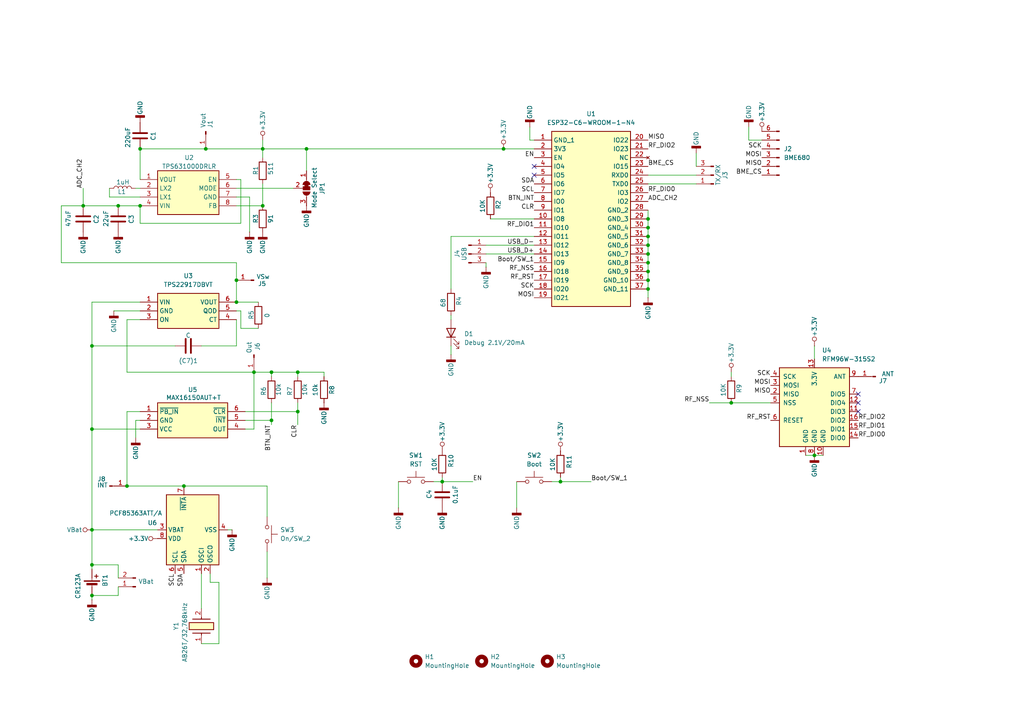
<source format=kicad_sch>
(kicad_sch (version 20231120) (generator "eeschema") (generator_version "8.0")
  (paper "A4")
  (title_block (title "Multiprotocol Sensor Node (MSN)") (date "2024-07-07") (rev "v1.0") (company "HTWK Leipzig"))
  (lib_symbols
    (symbol "Library:AB26T" (pin_names hide)
      (property "Reference" "Y" (at 8.89 6.35 0))
      (property "Value" "AB26T" (at 8.89 3.81 0))
      (symbol "AB26T_1_1"
        (polyline (pts (xy 3.048 0) (xy 2.54 0)) (stroke (width 0.254)))
        (polyline (pts (xy 3.048 2.54) (xy 3.048 -2.54)) (stroke (width 0.254)))
        (polyline (pts (xy 7.112 0) (xy 7.62 0)) (stroke (width 0.254)))
        (polyline (pts (xy 7.112 2.54) (xy 7.112 -2.54)) (stroke (width 0.254)))
        (rectangle (start 4.064 3.556) (end 6.096 -3.556) (stroke (width 0.254)) (fill (type background)))
        (pin passive line (at 0 0 0) (length 2.54) (name "1") (number "1"))
        (pin passive line (at 10.16 0 180) (length 2.54) (name "2") (number "2"))
      )
    )
    (symbol "Library:Battery_Cell" (pin_numbers hide) (pin_names (offset 0) hide)
      (property "Reference" "BT" (at 2.54 2.54 0))
      (property "Value" "Battery_Cell" (at 2.54 0 0))
      (symbol "Battery_Cell_0_1"
        (rectangle (start -2.286 1.778) (end 2.286 1.524) (fill (type outline)))
        (rectangle (start -1.524 1.016) (end 1.524 0.508) (fill (type outline)))
        (polyline (pts (xy 0 0.762) (xy 0 0)))
        (polyline (pts (xy 0 1.778) (xy 0 2.54)))
        (polyline (pts (xy 0.762 3.048) (xy 1.778 3.048)) (stroke (width 0.254)))
        (polyline (pts (xy 1.27 3.556) (xy 1.27 2.54)) (stroke (width 0.254)))
      )
      (symbol "Battery_Cell_1_1"
        (pin passive line (at 0 5.08 270) (length 2.54) (name "+") (number "1"))
        (pin passive line (at 0 -2.54 90) (length 2.54) (name "-") (number "2"))
      )
    )
    (symbol "Library:C" (pin_numbers hide) (pin_names (offset 0.254))
      (property "Reference" "C" (at 0.635 2.54 0))
      (property "Value" "C" (at 0.635 -2.54 0))
      (symbol "C_0_1"
        (polyline (pts (xy -2.032 -0.762) (xy 2.032 -0.762)) (stroke (width 0.508)))
        (polyline (pts (xy -2.032 0.762) (xy 2.032 0.762)) (stroke (width 0.508)))
      )
      (symbol "C_1_1"
        (pin passive line (at 0 3.81 270) (length 2.794) (name "~") (number "1"))
        (pin passive line (at 0 -3.81 90) (length 2.794) (name "~") (number "2"))
      )
    )
    (symbol "Library:Conn_01x01_Pin" (pin_names (offset 1.016) hide)
      (property "Reference" "J" (at 0 2.54 0))
      (property "Value" "Conn_01x01_Pin" (at 0 -2.54 0))
      (symbol "Conn_01x01_Pin_1_1"
        (polyline (pts (xy 1.27 0) (xy 0.8636 0)) (stroke (width 0.1524)))
        (rectangle (start 0.8636 0.127) (end 0 -0.127) (stroke (width 0.1524)) (fill (type outline)))
        (pin passive line (at 5.08 0 180) (length 3.81) (name "Pin_1") (number "1"))
      )
    )
    (symbol "Library:Conn_01x02_Pin" (pin_names (offset 1.016) hide)
      (property "Reference" "J" (at 0 2.54 0))
      (property "Value" "Conn_01x02_Pin" (at 0 -5.08 0))
      (symbol "Conn_01x02_Pin_1_1"
        (polyline (pts (xy 1.27 -2.54) (xy 0.8636 -2.54)) (stroke (width 0.1524)))
        (polyline (pts (xy 1.27 0) (xy 0.8636 0)) (stroke (width 0.1524)))
        (rectangle (start 0.8636 -2.413) (end 0 -2.667) (stroke (width 0.1524)) (fill (type outline)))
        (rectangle (start 0.8636 0.127) (end 0 -0.127) (stroke (width 0.1524)) (fill (type outline)))
        (pin passive line (at 5.08 0 180) (length 3.81) (name "Pin_1") (number "1"))
        (pin passive line (at 5.08 -2.54 180) (length 3.81) (name "Pin_2") (number "2"))
      )
    )
    (symbol "Library:Conn_01x03_Pin" (pin_names (offset 1.016) hide)
      (property "Reference" "J" (at 0 5.08 0))
      (property "Value" "Conn_01x03_Pin" (at 0 -5.08 0))
      (symbol "Conn_01x03_Pin_1_1"
        (polyline (pts (xy 1.27 -2.54) (xy 0.8636 -2.54)) (stroke (width 0.1524)))
        (polyline (pts (xy 1.27 0) (xy 0.8636 0)) (stroke (width 0.1524)))
        (polyline (pts (xy 1.27 2.54) (xy 0.8636 2.54)) (stroke (width 0.1524)))
        (rectangle (start 0.8636 -2.413) (end 0 -2.667) (stroke (width 0.1524)) (fill (type outline)))
        (rectangle (start 0.8636 0.127) (end 0 -0.127) (stroke (width 0.1524)) (fill (type outline)))
        (rectangle (start 0.8636 2.667) (end 0 2.413) (stroke (width 0.1524)) (fill (type outline)))
        (pin passive line (at 5.08 2.54 180) (length 3.81) (name "Pin_1") (number "1"))
        (pin passive line (at 5.08 0 180) (length 3.81) (name "Pin_2") (number "2"))
        (pin passive line (at 5.08 -2.54 180) (length 3.81) (name "Pin_3") (number "3"))
      )
    )
    (symbol "Library:Conn_01x06_Pin" (pin_names (offset 1.016) hide)
      (property "Reference" "J" (at 0 7.62 0))
      (property "Value" "Conn_01x06_Pin" (at 0 -10.16 0))
      (symbol "Conn_01x06_Pin_1_1"
        (polyline (pts (xy 1.27 -7.62) (xy 0.8636 -7.62)) (stroke (width 0.1524)))
        (polyline (pts (xy 1.27 -5.08) (xy 0.8636 -5.08)) (stroke (width 0.1524)))
        (polyline (pts (xy 1.27 -2.54) (xy 0.8636 -2.54)) (stroke (width 0.1524)))
        (polyline (pts (xy 1.27 0) (xy 0.8636 0)) (stroke (width 0.1524)))
        (polyline (pts (xy 1.27 2.54) (xy 0.8636 2.54)) (stroke (width 0.1524)))
        (polyline (pts (xy 1.27 5.08) (xy 0.8636 5.08)) (stroke (width 0.1524)))
        (rectangle (start 0.8636 -7.493) (end 0 -7.747) (stroke (width 0.1524)) (fill (type outline)))
        (rectangle (start 0.8636 -4.953) (end 0 -5.207) (stroke (width 0.1524)) (fill (type outline)))
        (rectangle (start 0.8636 -2.413) (end 0 -2.667) (stroke (width 0.1524)) (fill (type outline)))
        (rectangle (start 0.8636 0.127) (end 0 -0.127) (stroke (width 0.1524)) (fill (type outline)))
        (rectangle (start 0.8636 2.667) (end 0 2.413) (stroke (width 0.1524)) (fill (type outline)))
        (rectangle (start 0.8636 5.207) (end 0 4.953) (stroke (width 0.1524)) (fill (type outline)))
        (pin passive line (at 5.08 5.08 180) (length 3.81) (name "Pin_1") (number "1"))
        (pin passive line (at 5.08 2.54 180) (length 3.81) (name "Pin_2") (number "2"))
        (pin passive line (at 5.08 0 180) (length 3.81) (name "Pin_3") (number "3"))
        (pin passive line (at 5.08 -2.54 180) (length 3.81) (name "Pin_4") (number "4"))
        (pin passive line (at 5.08 -5.08 180) (length 3.81) (name "Pin_5") (number "5"))
        (pin passive line (at 5.08 -7.62 180) (length 3.81) (name "Pin_6") (number "6"))
      )
    )
    (symbol "Library:ESP32-C6-WROOM-1-N4"
      (property "Reference" "IC" (at 29.21 7.62 0))
      (property "Value" "ESP32-C6-WROOM-1-N4" (at 29.21 5.08 0))
      (symbol "ESP32-C6-WROOM-1-N4_1_1"
        (rectangle (start 5.08 2.54) (end 27.94 -48.26) (stroke (width 0.254)) (fill (type background)))
        (pin passive line (at 0 0 0) (length 5.08) (name "GND_1") (number "1"))
        (pin passive line (at 0 -22.86 0) (length 5.08) (name "IO8") (number "10"))
        (pin passive line (at 0 -25.4 0) (length 5.08) (name "IO10") (number "11"))
        (pin passive line (at 0 -27.94 0) (length 5.08) (name "IO11") (number "12"))
        (pin passive line (at 0 -30.48 0) (length 5.08) (name "IO12") (number "13"))
        (pin passive line (at 0 -33.02 0) (length 5.08) (name "IO13") (number "14"))
        (pin passive line (at 0 -35.56 0) (length 5.08) (name "IO9") (number "15"))
        (pin passive line (at 0 -38.1 0) (length 5.08) (name "IO18") (number "16"))
        (pin passive line (at 0 -40.64 0) (length 5.08) (name "IO19") (number "17"))
        (pin passive line (at 0 -43.18 0) (length 5.08) (name "IO20") (number "18"))
        (pin passive line (at 0 -45.72 0) (length 5.08) (name "IO21") (number "19"))
        (pin passive line (at 0 -2.54 0) (length 5.08) (name "3V3") (number "2"))
        (pin passive line (at 33.02 0 180) (length 5.08) (name "IO22") (number "20"))
        (pin passive line (at 33.02 -2.54 180) (length 5.08) (name "IO23") (number "21"))
        (pin no_connect line (at 33.02 -5.08 180) (length 5.08) (name "NC") (number "22"))
        (pin passive line (at 33.02 -7.62 180) (length 5.08) (name "IO15") (number "23"))
        (pin passive line (at 33.02 -10.16 180) (length 5.08) (name "RXD0") (number "24"))
        (pin passive line (at 33.02 -12.7 180) (length 5.08) (name "TXD0") (number "25"))
        (pin passive line (at 33.02 -15.24 180) (length 5.08) (name "IO3") (number "26"))
        (pin passive line (at 33.02 -17.78 180) (length 5.08) (name "IO2") (number "27"))
        (pin passive line (at 33.02 -20.32 180) (length 5.08) (name "GND_2") (number "28"))
        (pin passive line (at 33.02 -22.86 180) (length 5.08) (name "GND_3") (number "29"))
        (pin passive line (at 0 -5.08 0) (length 5.08) (name "EN") (number "3"))
        (pin passive line (at 33.02 -25.4 180) (length 5.08) (name "GND_4") (number "30"))
        (pin passive line (at 33.02 -27.94 180) (length 5.08) (name "GND_5") (number "31"))
        (pin passive line (at 33.02 -30.48 180) (length 5.08) (name "GND_6") (number "32"))
        (pin passive line (at 33.02 -33.02 180) (length 5.08) (name "GND_7") (number "33"))
        (pin passive line (at 33.02 -35.56 180) (length 5.08) (name "GND_8") (number "34"))
        (pin passive line (at 33.02 -38.1 180) (length 5.08) (name "GND_9") (number "35"))
        (pin passive line (at 33.02 -40.64 180) (length 5.08) (name "GND_10") (number "36"))
        (pin passive line (at 33.02 -43.18 180) (length 5.08) (name "GND_11") (number "37"))
        (pin passive line (at 0 -7.62 0) (length 5.08) (name "IO4") (number "4"))
        (pin passive line (at 0 -10.16 0) (length 5.08) (name "IO5") (number "5"))
        (pin passive line (at 0 -12.7 0) (length 5.08) (name "IO6") (number "6"))
        (pin passive line (at 0 -15.24 0) (length 5.08) (name "IO7") (number "7"))
        (pin passive line (at 0 -17.78 0) (length 5.08) (name "IO0") (number "8"))
        (pin passive line (at 0 -20.32 0) (length 5.08) (name "IO1") (number "9"))
      )
    )
    (symbol "Library:L" (pin_numbers hide) (pin_names (offset 1.016) hide)
      (property "Reference" "L" (at -1.27 0 90))
      (property "Value" "L" (at 1.905 0 90))
      (symbol "L_0_1"
        (arc (start 0 -2.54) (mid 0.6323 -1.905) (end 0 -1.27))
        (arc (start 0 -1.27) (mid 0.6323 -0.635) (end 0 0))
        (arc (start 0 0) (mid 0.6323 0.635) (end 0 1.27))
        (arc (start 0 1.27) (mid 0.6323 1.905) (end 0 2.54))
      )
      (symbol "L_1_1"
        (pin passive line (at 0 3.81 270) (length 1.27) (name "1") (number "1"))
        (pin passive line (at 0 -3.81 90) (length 1.27) (name "2") (number "2"))
      )
    )
    (symbol "Library:LED" (pin_numbers hide) (pin_names (offset 1.016) hide)
      (property "Reference" "D" (at 0 2.54 0))
      (property "Value" "LED" (at 0 -2.54 0))
      (symbol "LED_0_1"
        (polyline (pts (xy -1.27 -1.27) (xy -1.27 1.27)) (stroke (width 0.254)))
        (polyline (pts (xy -1.27 0) (xy 1.27 0)))
        (polyline (pts (xy 1.27 -1.27) (xy 1.27 1.27) (xy -1.27 0) (xy 1.27 -1.27)) (stroke (width 0.254)))
        (polyline (pts (xy -3.048 -0.762) (xy -4.572 -2.286) (xy -3.81 -2.286) (xy -4.572 -2.286) (xy -4.572 -1.524)))
        (polyline (pts (xy -1.778 -0.762) (xy -3.302 -2.286) (xy -2.54 -2.286) (xy -3.302 -2.286) (xy -3.302 -1.524)))
      )
      (symbol "LED_1_1"
        (pin passive line (at -3.81 0 0) (length 2.54) (name "K") (number "1"))
        (pin passive line (at 3.81 0 180) (length 2.54) (name "A") (number "2"))
      )
    )
    (symbol "Library:MAX16150AUT+T"
      (property "Reference" "IC" (at 26.67 7.62 0))
      (property "Value" "MAX16150AUT+T" (at 26.67 5.08 0))
      (symbol "MAX16150AUT+T_1_1"
        (rectangle (start 5.08 2.54) (end 25.4 -7.62) (stroke (width 0.254)) (fill (type background)))
        (pin passive line (at 0 0 0) (length 5.08) (name "~{PB_IN}") (number "1"))
        (pin passive line (at 0 -2.54 0) (length 5.08) (name "GND") (number "2"))
        (pin passive line (at 0 -5.08 0) (length 5.08) (name "VCC") (number "3"))
        (pin passive line (at 30.48 -5.08 180) (length 5.08) (name "OUT") (number "4"))
        (pin passive line (at 30.48 -2.54 180) (length 5.08) (name "~{INT}") (number "5"))
        (pin passive line (at 30.48 0 180) (length 5.08) (name "~{CLR}") (number "6"))
      )
    )
    (symbol "Library:MountingHole" (pin_names (offset 1.016)) (exclude_from_sim yes) (in_bom no)
      (property "Reference" "H" (at 0 5.08 0))
      (property "Value" "MountingHole" (at 0 3.175 0))
      (symbol "MountingHole_0_1"
        (circle (center 0 0) (radius 1.27) (stroke (width 1.27)))
      )
    )
    (symbol "Library:PCF85363ATT"
      (property "Reference" "U" (at -8.89 8.89 0))
      (property "Value" "PCF85363ATT" (at 1.27 8.89 0))
      (symbol "PCF85363ATT_0_1"
        (rectangle (start -10.16 7.62) (end 10.16 -7.62) (stroke (width 0.254)) (fill (type background)))
      )
      (symbol "PCF85363ATT_1_1"
        (pin input line (at -12.7 -2.54 0) (length 2.54) (name "OSCI") (number "1"))
        (pin output line (at -12.7 -5.08 0) (length 2.54) (name "OSCO") (number "2"))
        (pin power_in line (at 0 10.16 270) (length 2.54) (name "VBAT") (number "3"))
        (pin power_in line (at 0 -10.16 90) (length 2.54) (name "VSS") (number "4"))
        (pin bidirectional line (at -12.7 2.54 0) (length 2.54) (name "SDA") (number "5"))
        (pin input line (at -12.7 5.08 0) (length 2.54) (name "SCL") (number "6"))
        (pin open_collector line (at 12.7 2.54 180) (length 2.54) (name "~{INTA}") (number "7"))
        (pin power_in line (at -2.54 10.16 270) (length 2.54) (name "VDD") (number "8"))
      )
    )
    (symbol "Library:R" (pin_numbers hide) (pin_names (offset 0))
      (property "Reference" "R" (at 2.032 0 90))
      (property "Value" "R" (at 0 0 90))
      (symbol "R_0_1"
        (rectangle (start -1.016 -2.54) (end 1.016 2.54) (stroke (width 0.254)))
      )
      (symbol "R_1_1"
        (pin passive line (at 0 3.81 270) (length 1.27) (name "~") (number "1"))
        (pin passive line (at 0 -3.81 90) (length 1.27) (name "~") (number "2"))
      )
    )
    (symbol "Library:RFM96W-315S2" (pin_names (offset 1.016))
      (property "Reference" "U" (at -10.414 11.684 0))
      (property "Value" "RFM96W-315S2" (at 1.524 11.43 0))
      (symbol "RFM96W-315S2_0_1"
        (rectangle (start -10.16 10.16) (end 10.16 -12.7) (stroke (width 0.254)) (fill (type background)))
      )
      (symbol "RFM96W-315S2_1_1"
        (pin power_in line (at -2.54 -15.24 90) (length 2.54) (name "GND") (number "1"))
        (pin power_in line (at 2.54 -15.24 90) (length 2.54) (name "GND") (number "10"))
        (pin bidirectional line (at 12.7 -2.54 180) (length 2.54) (name "DIO3") (number "11"))
        (pin bidirectional line (at 12.7 0 180) (length 2.54) (name "DIO4") (number "12"))
        (pin power_in line (at 0 12.7 270) (length 2.54) (name "3.3V") (number "13"))
        (pin bidirectional line (at 12.7 -10.16 180) (length 2.54) (name "DIO0") (number "14"))
        (pin bidirectional line (at 12.7 -7.62 180) (length 2.54) (name "DIO1") (number "15"))
        (pin bidirectional line (at 12.7 -5.08 180) (length 2.54) (name "DIO2") (number "16"))
        (pin output line (at -12.7 2.54 0) (length 2.54) (name "MISO") (number "2"))
        (pin input line (at -12.7 5.08 0) (length 2.54) (name "MOSI") (number "3"))
        (pin input line (at -12.7 7.62 0) (length 2.54) (name "SCK") (number "4"))
        (pin input line (at -12.7 0 0) (length 2.54) (name "NSS") (number "5"))
        (pin bidirectional line (at -12.7 -5.08 0) (length 2.54) (name "RESET") (number "6"))
        (pin bidirectional line (at 12.7 2.54 180) (length 2.54) (name "DIO5") (number "7"))
        (pin power_in line (at 0 -15.24 90) (length 2.54) (name "GND") (number "8"))
        (pin bidirectional line (at 12.7 7.62 180) (length 2.54) (name "ANT") (number "9"))
      )
    )
    (symbol "Library:SW_Push_light" (pin_numbers hide) (pin_names (offset 1.016) hide)
      (property "Reference" "SW" (at 1.27 2.54 0))
      (property "Value" "SW_Push_light" (at 0 -2.794 0))
      (symbol "SW_Push_light_0_1"
        (circle (center -2.032 0) (radius 0.508))
        (polyline (pts (xy 0 1.27) (xy 0 3.048)))
        (polyline (pts (xy 2.54 1.27) (xy -2.54 1.27)))
        (circle (center 2.032 0) (radius 0.508))
        (pin passive line (at -5.08 0 0) (length 2.54) (name "1") (number "1"))
      )
      (symbol "SW_Push_light_1_1"
        (pin passive line (at 5.08 0 180) (length 2.54) (name "1") (number "2"))
      )
    )
    (symbol "Library:SolderJumper_3_Bridged12" (pin_names (offset 0) hide) (exclude_from_sim yes) (in_bom no)
      (property "Reference" "JP" (at -2.54 -2.54 0))
      (property "Value" "SolderJumper_3_Bridged12" (at 0 2.794 0))
      (symbol "SolderJumper_3_Bridged12_0_1"
        (rectangle (start -1.016 0.508) (end -0.508 -0.508) (fill (type outline)))
        (arc (start -1.016 1.016) (mid -2.0276 0) (end -1.016 -1.016))
        (arc (start -1.016 1.016) (mid -2.0276 0) (end -1.016 -1.016) (fill (type outline)))
        (rectangle (start -0.508 1.016) (end 0.508 -1.016) (fill (type outline)))
        (polyline (pts (xy -2.54 0) (xy -2.032 0)))
        (polyline (pts (xy -1.016 1.016) (xy -1.016 -1.016)))
        (polyline (pts (xy 0 -1.27) (xy 0 -1.016)))
        (polyline (pts (xy 1.016 1.016) (xy 1.016 -1.016)))
        (polyline (pts (xy 2.54 0) (xy 2.032 0)))
        (arc (start 1.016 -1.016) (mid 2.0276 0) (end 1.016 1.016))
        (arc (start 1.016 -1.016) (mid 2.0276 0) (end 1.016 1.016) (fill (type outline)))
      )
      (symbol "SolderJumper_3_Bridged12_1_1"
        (pin passive line (at -5.08 0 0) (length 2.54) (name "A") (number "1"))
        (pin passive line (at 0 -3.81 90) (length 2.54) (name "C") (number "2"))
        (pin passive line (at 5.08 0 180) (length 2.54) (name "B") (number "3"))
      )
    )
    (symbol "Library:TPS22917DBVT"
      (property "Reference" "IC" (at 24.13 7.62 0))
      (property "Value" "TPS22917DBVT" (at 24.13 5.08 0))
      (symbol "TPS22917DBVT_1_1"
        (rectangle (start 5.08 2.54) (end 22.86 -7.62) (stroke (width 0.254)) (fill (type background)))
        (pin passive line (at 0 0 0) (length 5.08) (name "VIN") (number "1"))
        (pin passive line (at 0 -2.54 0) (length 5.08) (name "GND") (number "2"))
        (pin passive line (at 0 -5.08 0) (length 5.08) (name "ON") (number "3"))
        (pin passive line (at 27.94 -5.08 180) (length 5.08) (name "CT") (number "4"))
        (pin passive line (at 27.94 -2.54 180) (length 5.08) (name "QOD") (number "5"))
        (pin passive line (at 27.94 0 180) (length 5.08) (name "VOUT") (number "6"))
      )
    )
    (symbol "Library:TPS631000DRLR"
      (property "Reference" "U" (at 13.462 7.366 0))
      (property "Value" "TPS631000DRLR" (at 7.112 5.334 0))
      (symbol "TPS631000DRLR_1_1"
        (rectangle (start 5.08 2.54) (end 22.86 -10.16) (stroke (width 0.254)) (fill (type background)))
        (pin passive line (at 0 0 0) (length 5.08) (name "VOUT") (number "1"))
        (pin passive line (at 0 -2.54 0) (length 5.08) (name "LX2") (number "2"))
        (pin passive line (at 0 -5.08 0) (length 5.08) (name "LX1") (number "3"))
        (pin passive line (at 0 -7.62 0) (length 5.08) (name "VIN") (number "4"))
        (pin passive line (at 27.94 0 180) (length 5.08) (name "EN") (number "5"))
        (pin passive line (at 27.94 -2.54 180) (length 5.08) (name "MODE") (number "6"))
        (pin passive line (at 27.94 -5.08 180) (length 5.08) (name "GND") (number "7"))
        (pin passive line (at 27.94 -7.62 180) (length 5.08) (name "FB") (number "8"))
      )
    )
    (symbol "power:+V" (power) (pin_numbers hide) (pin_names (offset 0) hide)
      (property "Value" "V" (at 0 4.318 0))
      (symbol "+V_0_1"
        (polyline (pts (xy 0 0) (xy 0 1.27)))
        (circle (center 0 2) (radius 0.6))
      )
      (symbol "+V_1_1"
        (pin power_in line (at 0 0 90) (length 0) (name "~") (number "1"))
      )
    )
    (symbol "power:GNDD" (power) (pin_numbers hide) (pin_names (offset 0) hide)
      (property "Value" "GNDD" (at 0 -3.175 0))
      (symbol "GNDD_0_1"
        (rectangle (start -1.27 -1.524) (end 1.27 -2.032) (stroke (width 0.254)) (fill (type outline)))
        (polyline (pts (xy 0 0) (xy 0 -1.524)))
      )
      (symbol "GNDD_1_1"
        (pin power_in line (at 0 0 270) (length 0) (name "~") (number "1"))
      )
    )
  )
  (junction (at 76.2 59.69))
  (junction (at 162.56 139.7))
  (junction (at 53.34 140.97))
  (junction (at 187.96 63.5))
  (junction (at 40.64 43.18))
  (junction (at 187.96 83.82))
  (junction (at 187.96 81.28))
  (junction (at 73.66 107.95))
  (junction (at 34.29 59.69))
  (junction (at 236.22 132.08))
  (junction (at 88.9 43.18))
  (junction (at 26.67 124.46))
  (junction (at 59.69 43.18))
  (junction (at 24.13 59.69))
  (junction (at 78.74 107.95))
  (junction (at 26.67 163.83))
  (junction (at 26.67 100.33))
  (junction (at 68.58 87.63))
  (junction (at 86.36 119.38))
  (junction (at 187.96 73.66))
  (junction (at 187.96 76.2))
  (junction (at 187.96 68.58))
  (junction (at 36.83 140.97))
  (junction (at 212.09 116.84))
  (junction (at 146.05 43.18))
  (junction (at 187.96 66.04))
  (junction (at 187.96 78.74))
  (junction (at 187.96 71.12))
  (junction (at 40.64 59.69))
  (junction (at 76.2 43.18))
  (junction (at 128.27 139.7))
  (junction (at 78.74 121.92))
  (junction (at 68.58 81.28))
  (junction (at 26.67 172.72))
  (junction (at 86.36 107.95))
  (junction (at 26.67 153.67))
  (no_connect (at 248.92 116.84))
  (no_connect (at 154.94 50.8))
  (no_connect (at 248.92 114.3))
  (no_connect (at 248.92 119.38))
  (no_connect (at 154.94 48.26))
  (wire (pts (xy 77.47 149.86) (xy 77.47 140.97)))
  (wire (pts (xy 68.58 100.33) (xy 68.58 92.71)))
  (wire (pts (xy 78.74 107.95) (xy 86.36 107.95)))
  (wire (pts (xy 130.81 100.33) (xy 130.81 102.87)))
  (wire (pts (xy 39.37 121.92) (xy 40.64 121.92)))
  (wire (pts (xy 187.96 68.58) (xy 187.96 71.12)))
  (wire (pts (xy 17.78 59.69) (xy 17.78 76.2)))
  (wire (pts (xy 162.56 139.7) (xy 160.02 139.7)))
  (wire (pts (xy 36.83 119.38) (xy 40.64 119.38)))
  (wire (pts (xy 140.97 73.66) (xy 154.94 73.66)))
  (wire (pts (xy 68.58 87.63) (xy 74.93 87.63)))
  (wire (pts (xy 78.74 123.19) (xy 78.74 121.92)))
  (wire (pts (xy 130.81 91.44) (xy 130.81 92.71)))
  (wire (pts (xy 171.45 139.7) (xy 162.56 139.7)))
  (wire (pts (xy 34.29 163.83) (xy 26.67 163.83)))
  (wire (pts (xy 40.64 64.77) (xy 40.64 59.69)))
  (wire (pts (xy 187.96 71.12) (xy 187.96 73.66)))
  (wire (pts (xy 63.5 168.91) (xy 63.5 186.69)))
  (wire (pts (xy 69.85 64.77) (xy 69.85 52.07)))
  (wire (pts (xy 86.36 109.22) (xy 86.36 107.95)))
  (wire (pts (xy 77.47 160.02) (xy 77.47 167.64)))
  (wire (pts (xy 201.93 44.45) (xy 201.93 48.26)))
  (wire (pts (xy 78.74 121.92) (xy 78.74 116.84)))
  (wire (pts (xy 68.58 76.2) (xy 68.58 81.28)))
  (wire (pts (xy 26.67 87.63) (xy 40.64 87.63)))
  (wire (pts (xy 53.34 140.97) (xy 77.47 140.97)))
  (wire (pts (xy 88.9 43.18) (xy 146.05 43.18)))
  (wire (pts (xy 68.58 57.15) (xy 72.39 57.15)))
  (wire (pts (xy 69.85 90.17) (xy 68.58 90.17)))
  (wire (pts (xy 69.85 52.07) (xy 68.58 52.07)))
  (wire (pts (xy 36.83 119.38) (xy 36.83 140.97)))
  (wire (pts (xy 24.13 54.61) (xy 24.13 59.69)))
  (wire (pts (xy 26.67 124.46) (xy 40.64 124.46)))
  (wire (pts (xy 76.2 43.18) (xy 88.9 43.18)))
  (wire (pts (xy 187.96 50.8) (xy 201.93 50.8)))
  (wire (pts (xy 59.69 43.18) (xy 76.2 43.18)))
  (wire (pts (xy 26.67 153.67) (xy 26.67 163.83)))
  (wire (pts (xy 153.67 40.64) (xy 153.67 36.83)))
  (wire (pts (xy 187.96 60.96) (xy 187.96 63.5)))
  (wire (pts (xy 140.97 76.2) (xy 140.97 77.47)))
  (wire (pts (xy 93.98 107.95) (xy 86.36 107.95)))
  (wire (pts (xy 69.85 95.25) (xy 74.93 95.25)))
  (wire (pts (xy 26.67 173.99) (xy 26.67 172.72)))
  (wire (pts (xy 36.83 140.97) (xy 53.34 140.97)))
  (wire (pts (xy 187.96 66.04) (xy 187.96 68.58)))
  (wire (pts (xy 40.64 43.18) (xy 59.69 43.18)))
  (wire (pts (xy 31.75 57.15) (xy 31.75 54.61)))
  (wire (pts (xy 68.58 59.69) (xy 76.2 59.69)))
  (wire (pts (xy 162.56 138.43) (xy 162.56 139.7)))
  (wire (pts (xy 36.83 107.95) (xy 73.66 107.95)))
  (wire (pts (xy 34.29 170.18) (xy 34.29 172.72)))
  (wire (pts (xy 24.13 59.69) (xy 34.29 59.69)))
  (wire (pts (xy 236.22 100.33) (xy 236.22 104.14)))
  (wire (pts (xy 31.75 57.15) (xy 40.64 57.15)))
  (wire (pts (xy 212.09 116.84) (xy 223.52 116.84)))
  (wire (pts (xy 187.96 81.28) (xy 187.96 83.82)))
  (wire (pts (xy 40.64 90.17) (xy 33.02 90.17)))
  (wire (pts (xy 76.2 40.64) (xy 76.2 43.18)))
  (wire (pts (xy 88.9 43.18) (xy 88.9 49.53)))
  (wire (pts (xy 130.81 68.58) (xy 130.81 83.82)))
  (wire (pts (xy 26.67 124.46) (xy 26.67 153.67)))
  (wire (pts (xy 76.2 45.72) (xy 76.2 43.18)))
  (wire (pts (xy 40.64 92.71) (xy 36.83 92.71)))
  (wire (pts (xy 63.5 168.91) (xy 60.96 168.91)))
  (wire (pts (xy 40.64 52.07) (xy 40.64 43.18)))
  (wire (pts (xy 71.12 121.92) (xy 78.74 121.92)))
  (wire (pts (xy 78.74 109.22) (xy 78.74 107.95)))
  (wire (pts (xy 154.94 40.64) (xy 153.67 40.64)))
  (wire (pts (xy 93.98 109.22) (xy 93.98 107.95)))
  (wire (pts (xy 73.66 107.95) (xy 73.66 124.46)))
  (wire (pts (xy 34.29 167.64) (xy 34.29 163.83)))
  (wire (pts (xy 86.36 116.84) (xy 86.36 119.38)))
  (wire (pts (xy 60.96 168.91) (xy 60.96 166.37)))
  (wire (pts (xy 26.67 100.33) (xy 50.8 100.33)))
  (wire (pts (xy 220.98 40.64) (xy 217.17 40.64)))
  (wire (pts (xy 137.16 139.7) (xy 128.27 139.7)))
  (wire (pts (xy 58.42 186.69) (xy 63.5 186.69)))
  (wire (pts (xy 39.37 127) (xy 39.37 121.92)))
  (wire (pts (xy 76.2 53.34) (xy 76.2 59.69)))
  (wire (pts (xy 58.42 100.33) (xy 68.58 100.33)))
  (wire (pts (xy 68.58 81.28) (xy 68.58 87.63)))
  (wire (pts (xy 187.96 76.2) (xy 187.96 78.74)))
  (wire (pts (xy 69.85 95.25) (xy 69.85 90.17)))
  (wire (pts (xy 187.96 63.5) (xy 187.96 66.04)))
  (wire (pts (xy 187.96 53.34) (xy 201.93 53.34)))
  (wire (pts (xy 71.12 119.38) (xy 86.36 119.38)))
  (wire (pts (xy 236.22 132.08) (xy 238.76 132.08)))
  (wire (pts (xy 212.09 109.22) (xy 212.09 107.95)))
  (wire (pts (xy 17.78 59.69) (xy 24.13 59.69)))
  (wire (pts (xy 115.57 147.32) (xy 115.57 139.7)))
  (wire (pts (xy 69.85 64.77) (xy 40.64 64.77)))
  (wire (pts (xy 142.24 63.5) (xy 154.94 63.5)))
  (wire (pts (xy 146.05 43.18) (xy 154.94 43.18)))
  (wire (pts (xy 67.31 153.67) (xy 66.04 153.67)))
  (wire (pts (xy 26.67 100.33) (xy 26.67 124.46)))
  (wire (pts (xy 68.58 54.61) (xy 85.09 54.61)))
  (wire (pts (xy 130.81 68.58) (xy 154.94 68.58)))
  (wire (pts (xy 149.86 139.7) (xy 149.86 147.32)))
  (wire (pts (xy 236.22 132.08) (xy 233.68 132.08)))
  (wire (pts (xy 187.96 73.66) (xy 187.96 76.2)))
  (wire (pts (xy 26.67 163.83) (xy 26.67 165.1)))
  (wire (pts (xy 125.73 139.7) (xy 128.27 139.7)))
  (wire (pts (xy 128.27 138.43) (xy 128.27 139.7)))
  (wire (pts (xy 72.39 57.15) (xy 72.39 67.31)))
  (wire (pts (xy 73.66 107.95) (xy 78.74 107.95)))
  (wire (pts (xy 36.83 92.71) (xy 36.83 107.95)))
  (wire (pts (xy 73.66 124.46) (xy 71.12 124.46)))
  (wire (pts (xy 58.42 166.37) (xy 58.42 176.53)))
  (wire (pts (xy 39.37 54.61) (xy 40.64 54.61)))
  (wire (pts (xy 86.36 123.19) (xy 86.36 119.38)))
  (wire (pts (xy 154.94 71.12) (xy 140.97 71.12)))
  (wire (pts (xy 34.29 59.69) (xy 40.64 59.69)))
  (wire (pts (xy 34.29 172.72) (xy 26.67 172.72)))
  (wire (pts (xy 205.74 116.84) (xy 212.09 116.84)))
  (wire (pts (xy 217.17 40.64) (xy 217.17 36.83)))
  (wire (pts (xy 26.67 87.63) (xy 26.67 100.33)))
  (wire (pts (xy 187.96 83.82) (xy 187.96 86.36)))
  (wire (pts (xy 68.58 76.2) (xy 17.78 76.2)))
  (wire (pts (xy 187.96 78.74) (xy 187.96 81.28)))
  (wire (pts (xy 26.67 153.67) (xy 45.72 153.67)))
  (label "EN" (at 154.94 45.72 180))
  (label "RF_DIO0" (at 248.92 127 0))
  (label "RF_DIO1" (at 154.94 66.04 180))
  (label "CLR" (at 154.94 60.96 180))
  (label "MOSI" (at 223.52 111.76 180))
  (label "BME_CS" (at 187.96 48.26 0))
  (label "SCK" (at 154.94 83.82 180))
  (label "MOSI" (at 154.94 86.36 180))
  (label "EN" (at 137.16 139.7 0))
  (label "MISO" (at 187.96 40.64 0))
  (label "BTN_INT" (at 154.94 58.42 180))
  (label "SCL" (at 50.8 166.37 270))
  (label "Boot{slash}SW_1" (at 154.94 76.2 180))
  (label "RF_DIO2" (at 248.92 121.92 0))
  (label "RF_RST" (at 154.94 81.28 180))
  (label "RF_DIO2" (at 187.96 43.18 0))
  (label "RF_NSS" (at 154.94 78.74 180))
  (label "MISO" (at 220.98 48.26 180))
  (label "ADC_CH2" (at 187.96 58.42 0))
  (label "SDA" (at 53.34 166.37 270))
  (label "SCK" (at 220.98 43.18 180))
  (label "ADC_CH2" (at 24.13 54.61 90))
  (label "SDA" (at 154.94 53.34 180))
  (label "USB_D+" (at 154.94 73.66 180))
  (label "RF_RST" (at 223.52 121.92 180))
  (label "Boot{slash}SW_1" (at 171.45 139.7 0))
  (label "MISO" (at 223.52 114.3 180))
  (label "BME_CS" (at 220.98 50.8 180))
  (label "BTN_INT" (at 78.74 123.19 270))
  (label "SCL" (at 154.94 55.88 180))
  (label "CLR" (at 86.36 123.19 270))
  (label "RF_DIO1" (at 248.92 124.46 0))
  (label "SCK" (at 223.52 109.22 180))
  (label "RF_DIO0" (at 187.96 55.88 0))
  (label "MOSI" (at 220.98 45.72 180))
  (label "USB_D-" (at 154.94 71.12 180))
  (label "RF_NSS" (at 205.74 116.84 180))
  (symbol (lib_id "Library:SW_Push_light") (at 120.65 139.7 0) (unit 1)
    (property "Reference" "SW1" (at 120.65 132.08 0))
    (property "Value" "RST" (at 120.65 134.62 0))
    (property "Footprint" "Button_Switch_SMD:SW_Push_3x4x2.5" (effects (hide yes)))
    (property "Description" "Push button switch, generic, two pins" (effects (hide yes)))
  )
  (symbol (lib_id "power:GNDD") (at 217.17 36.83 180) (unit 1)
    (property "Reference" "#PWR03" (effects (hide yes)))
    (property "Value" "GND" (at 217.17 32.512 90))
    (property "Description" "Power symbol creates a global label with name \"GNDD\" , digital ground" (effects (hide yes)))
  )
  (symbol (lib_id "power:GNDD") (at 34.29 67.31 0) (unit 1)
    (property "Reference" "#PWR011" (effects (hide yes)))
    (property "Value" "GND" (at 34.29 71.628 90))
    (property "Description" "Power symbol creates a global label with name \"GNDD\" , digital ground" (effects (hide yes)))
  )
  (symbol (lib_id "Library:TPS22917DBVT") (at 40.64 87.63 0) (unit 1)
    (property "Reference" "U3" (at 54.61 80.01 0))
    (property "Value" "TPS22917DBVT" (at 54.61 82.55 0))
    (property "Footprint" "Package_SO:SOT95P280X145-6N" (effects (hide yes)))
    (property "Datasheet" "http://www.ti.com/lit/gpn/TPS22917" (effects (hide yes)))
    (property "Description" "Ultra-Low Leakage, 5.5-V, 2-A, 80-m On-Resistance Load Switch" (effects (hide yes)))
    (property "Height" "1.45" (effects (hide yes)))
    (property "Mouser Part Number" "595-TPS22917DBVT" (effects (hide yes)))
    (property "Mouser Price/Stock" "https://www.mouser.co.uk/ProductDetail/Texas-Instruments/TPS22917DBVT?qs=r5DSvlrkXmJUT8ENVsEqXw%3D%3D" (effects (hide yes)))
    (property "Manufacturer_Name" "Texas Instruments" (effects (hide yes)))
    (property "Manufacturer_Part_Number" "TPS22917DBVT" (effects (hide yes)))
  )
  (symbol (lib_id "power:+V") (at 45.72 156.21 90) (unit 1)
    (property "Reference" "#PWR030" (effects (hide yes)))
    (property "Value" "+3.3V" (at 40.132 156.21 90))
    (property "Description" "Power symbol creates a global label" (effects (hide yes)))
  )
  (symbol (lib_id "Library:R") (at 78.74 113.03 0) (mirror x) (unit 1)
    (property "Reference" "R6" (at 76.454 114.808 90) (effects (justify right)))
    (property "Value" "10k" (at 80.772 114.808 90) (effects (justify right)))
    (property "Footprint" "Resistor_SMD:R_1206_3216Metric_Pad1.30x1.75mm_HandSolder" (effects (hide yes)))
    (property "Description" "Resistor" (effects (hide yes)))
  )
  (symbol (lib_id "power:+V") (at 236.22 100.33 0) (unit 1)
    (property "Reference" "#PWR017" (effects (hide yes)))
    (property "Value" "+3.3V" (at 236.22 94.742 90))
    (property "Description" "Power symbol creates a global label" (effects (hide yes)))
  )
  (symbol (lib_id "power:GNDD") (at 88.9 59.69 0) (unit 1)
    (property "Reference" "#PWR09" (effects (hide yes)))
    (property "Value" "GND" (at 88.9 64.008 90))
    (property "Description" "Power symbol creates a global label with name \"GNDD\" , digital ground" (effects (hide yes)))
  )
  (symbol (lib_id "Library:RFM96W-315S2") (at 236.22 116.84 0) (unit 1)
    (property "Reference" "U4" (at 238.4141 101.6 0) (effects (justify left)))
    (property "Value" "RFM96W-315S2" (at 238.4141 104.14 0) (effects (justify left)))
    (property "Footprint" "RF_Module:HOPERF_RFM9XW_SMD" (effects (hide yes)))
    (property "Datasheet" "https://www.hoperf.com/data/upload/portal/20181127/5bfcc0ac60235.pdf" (effects (hide yes)))
    (property "Description" "Low power long range transceiver module, SPI and parallel interface, 315 MHz, spreading factor 6 to12, bandwidth 7.8 to 500kHz, -111 to -148 dBm, SMD-16, DIP-16" (effects (hide yes)))
  )
  (symbol (lib_id "Library:ESP32-C6-WROOM-1-N4") (at 154.94 40.64 0) (unit 1)
    (property "Reference" "U1" (at 171.45 33.02 0))
    (property "Value" "ESP32-C6-WROOM-1-N4" (at 171.45 35.56 0))
    (property "Footprint" "RF_Module:ESP32-C6-WROOM1-N4" (effects (hide yes)))
    (property "Datasheet" "https://www.espressif.com/sites/default/files/documentation/esp32-c6-wroom-1_wroom-1u_datasheet_en.pdf" (effects (hide yes)))
    (property "Description" "802.15.4, Bluetooth, WiFi Bluetooth v5.0, Zigbee Transceiver Module 2.4GHz PCB Trace Surface Mount" (effects (hide yes)))
    (property "Height" "3.25" (effects (hide yes)))
    (property "Mouser Part Number" "356-ESP32C6WROOM1N4" (effects (hide yes)))
    (property "Mouser Price/Stock" "https://www.mouser.co.uk/ProductDetail/Espressif-Systems/ESP32-C6-WROOM-1-N4?qs=8Wlm6%252BaMh8R1JRAtXlt87w%3D%3D" (effects (hide yes)))
    (property "Manufacturer_Name" "Espressif Systems" (effects (hide yes)))
    (property "Manufacturer_Part_Number" "ESP32-C6-WROOM-1-N4" (effects (hide yes)))
  )
  (symbol (lib_id "power:GNDD") (at 24.13 67.31 0) (unit 1)
    (property "Reference" "#PWR010" (effects (hide yes)))
    (property "Value" "GND" (at 24.13 71.628 90))
    (property "Description" "Power symbol creates a global label with name \"GNDD\" , digital ground" (effects (hide yes)))
  )
  (symbol (lib_id "Library:R") (at 76.2 63.5 0) (mirror x) (unit 1)
    (property "Reference" "R3" (at 74.168 64.77 90) (effects (justify right)))
    (property "Value" "91" (at 78.486 64.77 90) (effects (justify right)))
    (property "Footprint" "Resistor_SMD:R_1206_3216Metric_Pad1.30x1.75mm_HandSolder" (effects (hide yes)))
    (property "Description" "Resistor" (effects (hide yes)))
  )
  (symbol (lib_id "Library:C") (at 40.64 39.37 180) (unit 1)
    (property "Reference" "C1" (at 44.45 38.1 90) (effects (justify left)))
    (property "Value" "220uF" (at 37.084 36.83 90) (effects (justify left)))
    (property "Footprint" "Capacitor_SMD:C_1206_3216Metric_Pad1.33x1.80mm_HandSolder" (effects (hide yes)))
    (property "Description" "https://www.mouser.de/ProductDetail/Samsung-Electro-Mechanics/CL31A476MQHNNNF?qs=xZ%2FP%252Ba9zWqb68aRE%2F5LJPg%3D%3D" (effects (hide yes)))
  )
  (symbol (lib_id "power:+V") (at 162.56 130.81 0) (unit 1)
    (property "Reference" "#PWR023" (effects (hide yes)))
    (property "Value" "+3.3V" (at 162.56 125.222 90))
    (property "Description" "Power symbol creates a global label" (effects (hide yes)))
  )
  (symbol (lib_id "Library:R") (at 74.93 91.44 0) (mirror x) (unit 1)
    (property "Reference" "R5" (at 72.898 92.71 90) (effects (justify right)))
    (property "Value" "0" (at 77.47 92.202 90) (effects (justify right)))
    (property "Footprint" "Resistor_SMD:R_1206_3216Metric_Pad1.30x1.75mm_HandSolder" (effects (hide yes)))
    (property "Description" "Resistor" (effects (hide yes)))
  )
  (symbol (lib_id "Library:Conn_01x01_Pin") (at 254 109.22 180) (unit 1)
    (property "Reference" "J7" (at 257.302 110.49 0) (effects (justify left)))
    (property "Value" "ANT" (at 259.334 108.458 0) (effects (justify left)))
    (property "Footprint" "Connector_PinHeader_2.54mm:PinHeader_1x01_P2.54mm_Vertical" (effects (hide yes)))
    (property "Description" "Generic connector, single row, 01x01, script generated" (effects (hide yes)))
  )
  (symbol (lib_id "Library:SW_Push_light") (at 154.94 139.7 0) (unit 1)
    (property "Reference" "SW2" (at 154.94 132.08 0))
    (property "Value" "Boot" (at 154.94 134.62 0))
    (property "Footprint" "Button_Switch_SMD:SW_Push_3x4x2.5" (effects (hide yes)))
    (property "Description" "Push button switch, generic, two pins" (effects (hide yes)))
  )
  (symbol (lib_id "Library:C") (at 54.61 100.33 270) (mirror x) (unit 1)
    (property "Reference" "(C7)1" (at 51.816 104.648 90) (effects (justify left)))
    (property "Value" "C" (at 53.848 97.282 90) (effects (justify left)))
    (property "Footprint" "Capacitor_SMD:C_1206_3216Metric_Pad1.33x1.80mm_HandSolder" (effects (hide yes)))
    (property "Description" "Unpolarized capacitor" (effects (hide yes)))
  )
  (symbol (lib_id "Library:SW_Push_light") (at 77.47 154.94 270) (mirror x) (unit 1)
    (property "Reference" "SW3" (at 81.28 153.6699 90) (effects (justify left)))
    (property "Value" "On/SW_2" (at 81.28 156.2099 90) (effects (justify left)))
    (property "Footprint" "Button_Switch_SMD:SW_Push_3x4x2.5" (effects (hide yes)))
    (property "Description" "Push button switch, generic, two pins" (effects (hide yes)))
  )
  (symbol (lib_id "power:+V") (at 212.09 107.95 0) (unit 1)
    (property "Reference" "#PWR019" (effects (hide yes)))
    (property "Value" "+3.3V" (at 212.09 102.362 90))
    (property "Description" "Power symbol creates a global label" (effects (hide yes)))
  )
  (symbol (lib_id "power:+V") (at 142.24 55.88 0) (unit 1)
    (property "Reference" "#PWR08" (effects (hide yes)))
    (property "Value" "+3.3V" (at 142.24 50.292 90))
    (property "Description" "Power symbol creates a global label" (effects (hide yes)))
  )
  (symbol (lib_id "Library:PCF85363ATT") (at 55.88 153.67 90) (unit 1)
    (property "Reference" "U6" (at 44.196 151.638 90))
    (property "Value" "PCF85363ATT/A" (at 39.37 148.844 90))
    (property "Footprint" "Package_SO:TSSOP-8_3x3mm_P0.65mm" (effects (hide yes)))
    (property "Datasheet" "https://www.nxp.com/docs/en/data-sheet/PCF85363A.pdf" (effects (hide yes)))
    (property "Description" "Tiny Real-Time Clock/calendar with 64 byte RAM, alarm function, battery switch-over, time stamp input, I2C bus, TSSOP-8" (effects (hide yes)))
  )
  (symbol (lib_id "Library:R") (at 212.09 113.03 0) (mirror x) (unit 1)
    (property "Reference" "R9" (at 214.376 114.046 90) (effects (justify right)))
    (property "Value" "10K" (at 209.804 115.062 90) (effects (justify right)))
    (property "Footprint" "Resistor_SMD:R_1206_3216Metric_Pad1.30x1.75mm_HandSolder" (effects (hide yes)))
    (property "Description" "Resistor" (effects (hide yes)))
  )
  (symbol (lib_id "power:GNDD") (at 76.2 67.31 0) (unit 1)
    (property "Reference" "#PWR013" (effects (hide yes)))
    (property "Value" "GND" (at 76.2 71.628 90))
    (property "Description" "Power symbol creates a global label with name \"GNDD\" , digital ground" (effects (hide yes)))
  )
  (symbol (lib_id "Library:R") (at 93.98 113.03 0) (mirror y) (unit 1)
    (property "Reference" "R8" (at 96.266 111.76 90) (effects (justify right)))
    (property "Value" "10k" (at 91.44 111.252 90) (effects (justify right)))
    (property "Footprint" "Resistor_SMD:R_1206_3216Metric_Pad1.30x1.75mm_HandSolder" (effects (hide yes)))
    (property "Description" "Resistor" (effects (hide yes)))
  )
  (symbol (lib_id "power:GNDD") (at 153.67 36.83 180) (unit 1)
    (property "Reference" "#PWR02" (effects (hide yes)))
    (property "Value" "GND" (at 153.67 32.512 90))
    (property "Description" "Power symbol creates a global label with name \"GNDD\" , digital ground" (effects (hide yes)))
  )
  (symbol (lib_id "power:GNDD") (at 201.93 44.45 180) (unit 1)
    (property "Reference" "#PWR07" (effects (hide yes)))
    (property "Value" "GND" (at 201.93 40.132 90))
    (property "Description" "Power symbol creates a global label with name \"GNDD\" , digital ground" (effects (hide yes)))
  )
  (symbol (lib_id "power:GNDD") (at 72.39 67.31 0) (unit 1)
    (property "Reference" "#PWR012" (effects (hide yes)))
    (property "Value" "GND" (at 72.39 71.628 90))
    (property "Description" "Power symbol creates a global label with name \"GNDD\" , digital ground" (effects (hide yes)))
  )
  (symbol (lib_id "Library:Conn_01x01_Pin") (at 59.69 38.1 270) (unit 1)
    (property "Reference" "J1" (at 60.96 34.798 0) (effects (justify left)))
    (property "Value" "Vout" (at 58.928 32.766 0) (effects (justify left)))
    (property "Footprint" "Connector_PinHeader_2.54mm:PinHeader_1x01_P2.54mm_Vertical" (effects (hide yes)))
    (property "Description" "Generic connector, single row, 01x01, script generated" (effects (hide yes)))
  )
  (symbol (lib_id "power:GNDD") (at 33.02 90.17 0) (unit 1)
    (property "Reference" "#PWR016" (effects (hide yes)))
    (property "Value" "GND" (at 33.02 94.488 90))
    (property "Description" "Power symbol creates a global label with name \"GNDD\" , digital ground" (effects (hide yes)))
  )
  (symbol (lib_id "Library:R") (at 86.36 113.03 0) (mirror x) (unit 1)
    (property "Reference" "R7" (at 84.074 114.808 90) (effects (justify right)))
    (property "Value" "10k" (at 88.392 114.808 90) (effects (justify right)))
    (property "Footprint" "Resistor_SMD:R_1206_3216Metric_Pad1.30x1.75mm_HandSolder" (effects (hide yes)))
    (property "Description" "Resistor" (effects (hide yes)))
  )
  (symbol (lib_id "power:GNDD") (at 26.67 173.99 0) (unit 1)
    (property "Reference" "#PWR032" (effects (hide yes)))
    (property "Value" "GND" (at 26.67 178.308 90))
    (property "Description" "Power symbol creates a global label with name \"GNDD\" , digital ground" (effects (hide yes)))
  )
  (symbol (lib_id "power:+V") (at 26.67 153.67 90) (unit 1)
    (property "Reference" "#PWR028" (effects (hide yes)))
    (property "Value" "VBat" (at 21.59 153.67 90))
    (property "Description" "Power symbol creates a global label" (effects (hide yes)))
  )
  (symbol (lib_id "Library:R") (at 162.56 134.62 0) (mirror x) (unit 1)
    (property "Reference" "R11" (at 165.1 135.89 90) (effects (justify right)))
    (property "Value" "10K" (at 160.274 136.652 90) (effects (justify right)))
    (property "Footprint" "Resistor_SMD:R_1206_3216Metric_Pad1.30x1.75mm_HandSolder" (effects (hide yes)))
    (property "Description" "Resistor" (effects (hide yes)))
  )
  (symbol (lib_id "power:+V") (at 128.27 130.81 0) (unit 1)
    (property "Reference" "#PWR022" (effects (hide yes)))
    (property "Value" "+3.3V" (at 128.27 125.222 90))
    (property "Description" "Power symbol creates a global label" (effects (hide yes)))
  )
  (symbol (lib_id "Library:Conn_01x03_Pin") (at 207.01 50.8 180) (unit 1)
    (property "Reference" "J3" (at 210.312 52.07 90) (effects (justify right)))
    (property "Value" "TX/RX" (at 208.28 53.848 90) (effects (justify right)))
    (property "Footprint" "Connector_PinHeader_2.54mm:PinHeader_1x03_P2.54mm_Vertical" (effects (hide yes)))
    (property "Description" "Generic connector, single row, 01x03, script generated" (effects (hide yes)))
  )
  (symbol (lib_id "Library:Conn_01x02_Pin") (at 39.37 170.18 180) (unit 1)
    (property "Reference" "J9" (effects (hide yes)))
    (property "Value" "VBat" (at 40.132 168.656 0) (effects (justify right)))
    (property "Footprint" "Connector_PinHeader_2.54mm:PinHeader_1x02_P2.54mm_Vertical" (effects (hide yes)))
    (property "Description" "Generic connector, single row, 01x02, script generated" (effects (hide yes)))
  )
  (symbol (lib_id "power:+V") (at 76.2 40.64 0) (unit 1)
    (property "Reference" "#PWR05" (effects (hide yes)))
    (property "Value" "+3.3V" (at 76.2 35.052 90))
    (property "Description" "Power symbol creates a global label" (effects (hide yes)))
  )
  (symbol (lib_id "power:GNDD") (at 39.37 127 0) (unit 1)
    (property "Reference" "#PWR021" (effects (hide yes)))
    (property "Value" "GND" (at 39.37 131.318 90))
    (property "Description" "Power symbol creates a global label with name \"GNDD\" , digital ground" (effects (hide yes)))
  )
  (symbol (lib_id "power:GNDD") (at 130.81 102.87 0) (unit 1)
    (property "Reference" "#PWR018" (effects (hide yes)))
    (property "Value" "GND" (at 130.81 107.188 90))
    (property "Description" "Power symbol creates a global label with name \"GNDD\" , digital ground" (effects (hide yes)))
  )
  (symbol (lib_id "power:GNDD") (at 140.97 77.47 0) (unit 1)
    (property "Reference" "#PWR014" (effects (hide yes)))
    (property "Value" "GND" (at 140.97 81.788 90))
    (property "Description" "Power symbol creates a global label with name \"GNDD\" , digital ground" (effects (hide yes)))
  )
  (symbol (lib_id "Library:Conn_01x01_Pin") (at 73.66 81.28 180) (unit 1)
    (property "Reference" "J5" (at 77.216 82.296 0) (effects (justify left)))
    (property "Value" "VSw" (at 78.232 80.264 0) (effects (justify left)))
    (property "Footprint" "Connector_PinHeader_2.54mm:PinHeader_1x01_P2.54mm_Vertical" (effects (hide yes)))
    (property "Description" "Generic connector, single row, 01x01, script generated" (effects (hide yes)))
  )
  (symbol (lib_id "Library:Conn_01x01_Pin") (at 31.75 140.97 0) (unit 1)
    (property "Reference" "J8" (at 29.464 138.938 0))
    (property "Value" "INT" (at 29.718 140.716 0))
    (property "Footprint" "Connector_PinHeader_2.54mm:PinHeader_1x01_P2.54mm_Vertical" (effects (hide yes)))
    (property "Description" "Generic connector, single row, 01x01, script generated" (effects (hide yes)))
  )
  (symbol (lib_id "Library:TPS631000DRLR") (at 40.64 52.07 0) (unit 1)
    (property "Reference" "U2" (at 54.864 45.72 0))
    (property "Value" "TPS631000DRLR" (at 54.864 48.26 0))
    (property "Footprint" "Package_SO:SOTFL50P160X60-8N" (effects (hide yes)))
    (property "Datasheet" "https://www.ti.com/lit/ds/symlink/tps631000.pdf?ts=1652152702265" (effects (hide yes)))
    (property "Description" "Switching Voltage Regulators 1.5-A output current, high power density buck-boost converter" (effects (hide yes)))
    (property "Height" "0.6" (effects (hide yes)))
    (property "Mouser Part Number" "595-TPS631000DRLR" (effects (hide yes)))
    (property "Mouser Price/Stock" "https://www.mouser.co.uk/ProductDetail/Texas-Instruments/TPS631000DRLR?qs=rSMjJ%252B1ewcRYwoN2deTeNA%3D%3D" (effects (hide yes)))
    (property "Manufacturer_Name" "Texas Instruments" (effects (hide yes)))
    (property "Manufacturer_Part_Number" "TPS631000DRLR" (effects (hide yes)))
  )
  (symbol (lib_id "Library:R") (at 76.2 49.53 0) (mirror x) (unit 1)
    (property "Reference" "R1" (at 74.168 50.8 90) (effects (justify right)))
    (property "Value" "511" (at 78.486 50.8 90) (effects (justify right)))
    (property "Footprint" "Resistor_SMD:R_1206_3216Metric_Pad1.30x1.75mm_HandSolder" (effects (hide yes)))
    (property "Description" "Resistor" (effects (hide yes)))
  )
  (symbol (lib_id "power:GNDD") (at 187.96 86.36 0) (unit 1)
    (property "Reference" "#PWR015" (effects (hide yes)))
    (property "Value" "GND" (at 187.96 90.678 90))
    (property "Description" "Power symbol creates a global label with name \"GNDD\" , digital ground" (effects (hide yes)))
  )
  (symbol (lib_id "power:GNDD") (at 115.57 147.32 0) (unit 1)
    (property "Reference" "#PWR025" (effects (hide yes)))
    (property "Value" "GND" (at 115.57 151.638 90))
    (property "Description" "Power symbol creates a global label with name \"GNDD\" , digital ground" (effects (hide yes)))
  )
  (symbol (lib_id "Library:Conn_01x06_Pin") (at 226.06 45.72 180) (unit 1)
    (property "Reference" "J2" (at 227.33 43.1799 0) (effects (justify right)))
    (property "Value" "BME680" (at 227.33 45.7199 0) (effects (justify right)))
    (property "Footprint" "Sensor:BME680_Board" (effects (hide yes)))
    (property "Description" "Generic connector, single row, 01x06, script generated" (effects (hide yes)))
  )
  (symbol (lib_id "power:GNDD") (at 236.22 132.08 0) (unit 1)
    (property "Reference" "#PWR024" (effects (hide yes)))
    (property "Value" "GND" (at 236.22 136.398 90))
    (property "Description" "Power symbol creates a global label with name \"GNDD\" , digital ground" (effects (hide yes)))
  )
  (symbol (lib_id "power:GNDD") (at 149.86 147.32 0) (unit 1)
    (property "Reference" "#PWR027" (effects (hide yes)))
    (property "Value" "GND" (at 149.86 151.638 90))
    (property "Description" "Power symbol creates a global label with name \"GNDD\" , digital ground" (effects (hide yes)))
  )
  (symbol (lib_id "Library:Conn_01x03_Pin") (at 135.89 73.66 0) (unit 1)
    (property "Reference" "J4" (at 132.588 72.39 90) (effects (justify right)))
    (property "Value" "USB" (at 134.62 71.628 90) (effects (justify right)))
    (property "Footprint" "Connector_PinHeader_2.54mm:PinHeader_1x03_P2.54mm_Vertical" (effects (hide yes)))
    (property "Description" "Generic connector, single row, 01x03, script generated" (effects (hide yes)))
  )
  (symbol (lib_id "power:GNDD") (at 93.98 116.84 0) (unit 1)
    (property "Reference" "#PWR020" (effects (hide yes)))
    (property "Value" "GND" (at 93.98 121.158 90))
    (property "Description" "Power symbol creates a global label with name \"GNDD\" , digital ground" (effects (hide yes)))
  )
  (symbol (lib_id "Library:MAX16150AUT+T") (at 40.64 119.38 0) (unit 1)
    (property "Reference" "U5" (at 55.88 113.03 0))
    (property "Value" "MAX16150AUT+T" (at 56.134 115.316 0))
    (property "Footprint" "Package_SO:SOT95P280X145-6N" (effects (hide yes)))
    (property "Datasheet" "https://www.analog.com/MAX16150/datasheet" (effects (hide yes)))
    (property "Description" "nanoPower Pushbutton On/Off Controller and Battery Freshness Seal" (effects (hide yes)))
    (property "Height" "1.45" (effects (hide yes)))
    (property "Mouser Part Number" "700-MAX16150AUT+T" (effects (hide yes)))
    (property "Mouser Price/Stock" "https://www.mouser.co.uk/ProductDetail/Analog-Devices-Maxim-Integrated/MAX16150AUT%2bT?qs=wnTfsH77Xs5xR8unQygqcw%3D%3D" (effects (hide yes)))
    (property "Manufacturer_Name" "Analog Devices" (effects (hide yes)))
    (property "Manufacturer_Part_Number" "MAX16150AUT+T" (effects (hide yes)))
  )
  (symbol (lib_id "Library:L") (at 35.56 54.61 90) (unit 1)
    (property "Reference" "L1" (at 36.576 55.626 90) (effects (justify left)))
    (property "Value" "1uH" (at 37.592 52.832 90) (effects (justify left)))
    (property "Footprint" "Inductor_SMD:L_1008_2520Metric_Pad1.43x2.20mm_HandSolder" (effects (hide yes)))
    (property "Description" "https://www.mouser.de/ProductDetail/Murata-Electronics/DFE252012P-1R0M%3dP2?qs=KuGPmAKtFKUHla8Odvjl9w%3D%3D" (effects (hide yes)))
  )
  (symbol (lib_id "power:+V") (at 146.05 43.18 0) (unit 1)
    (property "Reference" "#PWR06" (effects (hide yes)))
    (property "Value" "+3.3V" (at 146.05 37.592 90))
    (property "Description" "Power symbol creates a global label" (effects (hide yes)))
  )
  (symbol (lib_id "Library:C") (at 34.29 63.5 180) (unit 1)
    (property "Reference" "C3" (at 38.1 62.23 90) (effects (justify left)))
    (property "Value" "22uF" (at 30.734 60.96 90) (effects (justify left)))
    (property "Footprint" "Capacitor_SMD:C_1206_3216Metric_Pad1.33x1.80mm_HandSolder" (effects (hide yes)))
    (property "Description" "https://www.mouser.de/ProductDetail/Samsung-Electro-Mechanics/CL31A226MQHNNNE" (effects (hide yes)))
  )
  (symbol (lib_id "Library:Battery_Cell") (at 26.67 170.18 0) (unit 1)
    (property "Reference" "BT1" (at 30.48 170.18 90) (effects (justify left)))
    (property "Value" "CR123A" (at 22.606 173.736 90) (effects (justify left)))
    (property "Footprint" "Battery:BatteryHolder_Eagle_CR123A_12BH23PGR" (effects (hide yes)))
    (property "Description" "Single-cell battery" (effects (hide yes)))
  )
  (symbol (lib_id "Library:C") (at 24.13 63.5 180) (unit 1)
    (property "Reference" "C2" (at 27.94 62.23 90) (effects (justify left)))
    (property "Value" "47uF" (at 19.812 60.96 90) (effects (justify left)))
    (property "Footprint" "Capacitor_SMD:C_1206_3216Metric_Pad1.33x1.80mm_HandSolder" (effects (hide yes)))
    (property "Description" "https://www.mouser.de/ProductDetail/Samsung-Electro-Mechanics/CL31A476MQHNNNF?qs=xZ%2FP%252Ba9zWqb68aRE%2F5LJPg%3D%3D" (effects (hide yes)))
  )
  (symbol (lib_id "Library:MountingHole") (at 158.75 191.77 0) (unit 1) (exclude_from_sim yes) (in_bom no)
    (property "Reference" "H3" (at 161.29 190.4999 0) (effects (justify left)))
    (property "Value" "MountingHole" (at 161.29 193.0399 0) (effects (justify left)))
    (property "Footprint" "MountingHole:MountingHole_3.2mm_M3" (effects (hide yes)))
    (property "Description" "Mounting Hole without connection" (effects (hide yes)))
  )
  (symbol (lib_id "Library:R") (at 128.27 134.62 0) (mirror x) (unit 1)
    (property "Reference" "R10" (at 130.81 135.636 90) (effects (justify right)))
    (property "Value" "10K" (at 125.984 136.652 90) (effects (justify right)))
    (property "Footprint" "Resistor_SMD:R_1206_3216Metric_Pad1.30x1.75mm_HandSolder" (effects (hide yes)))
    (property "Description" "Resistor" (effects (hide yes)))
  )
  (symbol (lib_id "power:GNDD") (at 67.31 153.67 0) (unit 1)
    (property "Reference" "#PWR029" (effects (hide yes)))
    (property "Value" "GND" (at 67.31 157.988 90))
    (property "Description" "Power symbol creates a global label with name \"GNDD\" , digital ground" (effects (hide yes)))
  )
  (symbol (lib_id "Library:R") (at 142.24 59.69 0) (mirror x) (unit 1)
    (property "Reference" "R2" (at 144.526 60.706 90) (effects (justify right)))
    (property "Value" "10K" (at 139.954 61.722 90) (effects (justify right)))
    (property "Footprint" "Resistor_SMD:R_1206_3216Metric_Pad1.30x1.75mm_HandSolder" (effects (hide yes)))
    (property "Description" "Resistor" (effects (hide yes)))
  )
  (symbol (lib_id "power:GNDD") (at 77.47 167.64 0) (unit 1)
    (property "Reference" "#PWR031" (effects (hide yes)))
    (property "Value" "GND" (at 77.47 171.958 90))
    (property "Description" "Power symbol creates a global label with name \"GNDD\" , digital ground" (effects (hide yes)))
  )
  (symbol (lib_id "Library:C") (at 128.27 143.51 180) (unit 1)
    (property "Reference" "C4" (at 124.46 141.986 90) (effects (justify left)))
    (property "Value" "0.1uF" (at 132.08 140.716 90) (effects (justify left)))
    (property "Footprint" "Capacitor_SMD:C_1206_3216Metric_Pad1.33x1.80mm_HandSolder" (effects (hide yes)))
    (property "Description" "Unpolarized capacitor" (effects (hide yes)))
  )
  (symbol (lib_id "Library:AB26T") (at 58.42 186.69 90) (unit 1)
    (property "Reference" "Y1" (at 51.054 180.34 0) (effects (justify right)))
    (property "Value" "AB26T/32,768kHz" (at 53.594 174.752 0) (effects (justify right)))
    (property "Footprint" "Crystal:Crystal_AB26T_Horizontal" (effects (hide yes)))
    (property "Datasheet" "https://abracon.com/Resonators/AB26T.pdf" (effects (hide yes)))
    (property "Description" "32.768kHz WATCH CRYSTAL, 6.2 x 02.1MM CYLINDER PACKAGE" (effects (hide yes)))
    (property "Height" "2.1" (effects (hide yes)))
    (property "Mouser Part Number" "815-AB26T32768KHZ6B" (effects (hide yes)))
    (property "Mouser Price/Stock" "https://www.mouser.co.uk/ProductDetail/ABRACON/AB26T-32.768KHZ-6-B?qs=vmHwEFxEFR9I10obLBq%252Bvg%3D%3D" (effects (hide yes)))
    (property "Manufacturer_Name" "ABRACON" (effects (hide yes)))
    (property "Manufacturer_Part_Number" "AB26T-32.768KHZ-6-B" (effects (hide yes)))
  )
  (symbol (lib_id "Library:Conn_01x01_Pin") (at 73.66 102.87 270) (unit 1)
    (property "Reference" "J6" (at 74.676 99.314 0) (effects (justify left)))
    (property "Value" "Out" (at 72.2629 99.06 0) (effects (justify left)))
    (property "Footprint" "Connector_PinHeader_2.54mm:PinHeader_1x01_P2.54mm_Vertical" (effects (hide yes)))
    (property "Description" "Generic connector, single row, 01x01, script generated" (effects (hide yes)))
  )
  (symbol (lib_id "power:GNDD") (at 128.27 147.32 0) (unit 1)
    (property "Reference" "#PWR026" (effects (hide yes)))
    (property "Value" "GND" (at 128.27 151.638 90))
    (property "Description" "Power symbol creates a global label with name \"GNDD\" , digital ground" (effects (hide yes)))
  )
  (symbol (lib_id "Library:LED") (at 130.81 96.52 90) (unit 1)
    (property "Reference" "D1" (at 134.62 96.8374 90) (effects (justify right)))
    (property "Value" "Debug 2.1V/20mA" (at 134.62 99.3774 90) (effects (justify right)))
    (property "Footprint" "LED_SMD:LED_1206_3216Metric_Pad1.42x1.75mm_HandSolder" (effects (hide yes)))
    (property "Description" "Light emitting diode" (effects (hide yes)))
  )
  (symbol (lib_id "Library:SolderJumper_3_Bridged12") (at 88.9 54.61 270) (unit 1) (exclude_from_sim yes) (in_bom no)
    (property "Reference" "JP1" (at 93.472 52.832 0) (effects (justify left)))
    (property "Value" "Mode Select" (at 91.186 48.514 0) (effects (justify left)))
    (property "Footprint" "Jumper:SolderJumper-3_P1.3mm_Bridged12_RoundedPad1.0x1.5mm_NumberLabels" (effects (hide yes)))
    (property "Description" "3-pole Solder Jumper, pins 1+2 closed/bridged" (effects (hide yes)))
  )
  (symbol (lib_id "Library:MountingHole") (at 120.65 191.77 0) (unit 1) (exclude_from_sim yes) (in_bom no)
    (property "Reference" "H1" (at 123.19 190.4999 0) (effects (justify left)))
    (property "Value" "MountingHole" (at 123.19 193.0399 0) (effects (justify left)))
    (property "Footprint" "MountingHole:MountingHole_3.2mm_M3" (effects (hide yes)))
    (property "Description" "Mounting Hole without connection" (effects (hide yes)))
  )
  (symbol (lib_id "power:+V") (at 220.98 38.1 0) (unit 1)
    (property "Reference" "#PWR04" (effects (hide yes)))
    (property "Value" "+3.3V" (at 220.98 32.512 90))
    (property "Description" "Power symbol creates a global label" (effects (hide yes)))
  )
  (symbol (lib_id "Library:MountingHole") (at 139.7 191.77 0) (unit 1) (exclude_from_sim yes) (in_bom no)
    (property "Reference" "H2" (at 142.24 190.4999 0) (effects (justify left)))
    (property "Value" "MountingHole" (at 142.24 193.0399 0) (effects (justify left)))
    (property "Footprint" "MountingHole:MountingHole_3.2mm_M3" (effects (hide yes)))
    (property "Description" "Mounting Hole without connection" (effects (hide yes)))
  )
  (symbol (lib_id "power:GNDD") (at 40.64 35.56 180) (unit 1)
    (property "Reference" "#PWR01" (effects (hide yes)))
    (property "Value" "GND" (at 40.64 31.242 90))
    (property "Description" "Power symbol creates a global label with name \"GNDD\" , digital ground" (effects (hide yes)))
  )
  (symbol (lib_id "Library:R") (at 130.81 87.63 0) (mirror x) (unit 1)
    (property "Reference" "R4" (at 133.096 88.646 90) (effects (justify right)))
    (property "Value" "68" (at 128.524 89.154 90) (effects (justify right)))
    (property "Footprint" "Resistor_SMD:R_1206_3216Metric_Pad1.30x1.75mm_HandSolder" (effects (hide yes)))
    (property "Description" "Resistor" (effects (hide yes)))
  )
)
</source>
